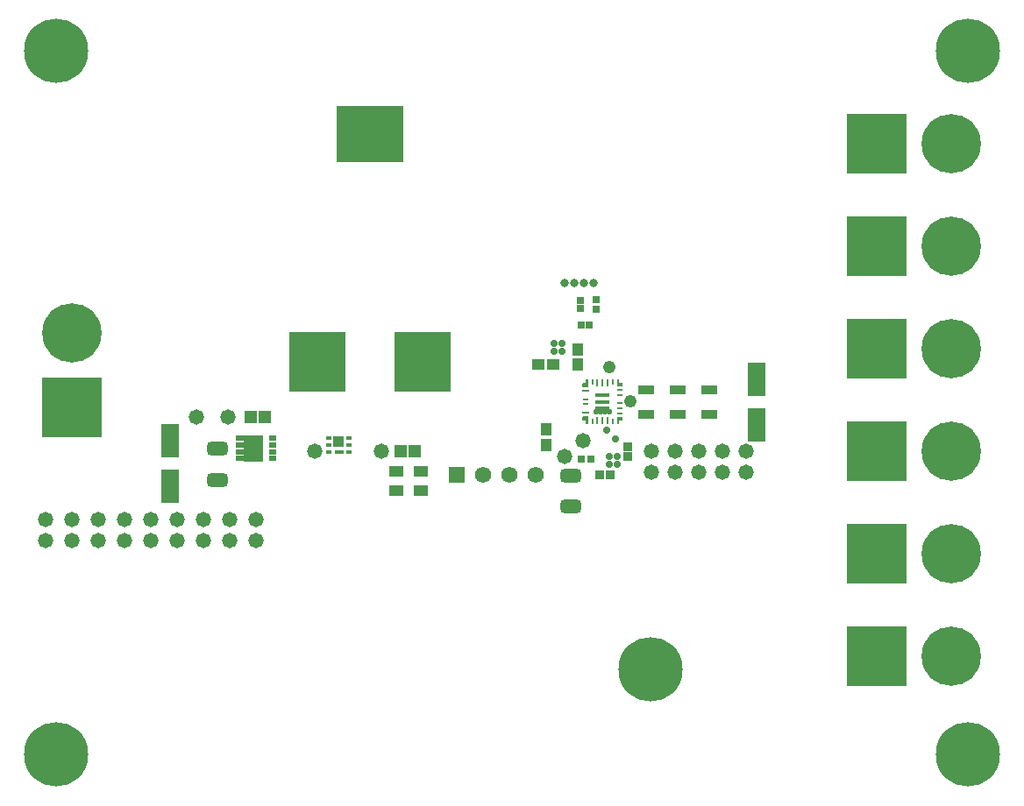
<source format=gts>
G04*
G04 #@! TF.GenerationSoftware,Altium Limited,Altium Designer,22.0.2 (36)*
G04*
G04 Layer_Color=8388736*
%FSLAX25Y25*%
%MOIN*%
G70*
G04*
G04 #@! TF.SameCoordinates,2399AC83-C245-47A7-85CA-B2C80BF99C82*
G04*
G04*
G04 #@! TF.FilePolarity,Negative*
G04*
G01*
G75*
%ADD25R,0.06127X0.03765*%
%ADD32R,0.05544X0.03963*%
%ADD33R,0.05610X0.01476*%
%ADD34R,0.02657X0.00984*%
%ADD35R,0.02362X0.00984*%
%ADD36C,0.01308*%
%ADD37R,0.00984X0.02362*%
%ADD38R,0.00984X0.02854*%
%ADD39C,0.01019*%
%ADD40R,0.02461X0.00984*%
%ADD41C,0.01141*%
%ADD42C,0.01206*%
%ADD49R,0.03005X0.02847*%
%ADD50R,0.02572X0.02572*%
%ADD51R,0.03162X0.02808*%
%ADD52R,0.04461X0.04540*%
%ADD53R,0.02808X0.03162*%
%ADD54R,0.03359X0.03359*%
%ADD55R,0.21784X0.22808*%
%ADD56R,0.25800X0.21587*%
%ADD57R,0.07099X0.12611*%
G04:AMPARAMS|DCode=58|XSize=79.65mil|YSize=53.28mil|CornerRadius=16.22mil|HoleSize=0mil|Usage=FLASHONLY|Rotation=0.000|XOffset=0mil|YOffset=0mil|HoleType=Round|Shape=RoundedRectangle|*
%AMROUNDEDRECTD58*
21,1,0.07965,0.02083,0,0,0.0*
21,1,0.04720,0.05328,0,0,0.0*
1,1,0.03245,0.02360,-0.01041*
1,1,0.03245,-0.02360,-0.01041*
1,1,0.03245,-0.02360,0.01041*
1,1,0.03245,0.02360,0.01041*
%
%ADD58ROUNDEDRECTD58*%
%ADD59R,0.03359X0.03359*%
%ADD60R,0.04461X0.04776*%
%ADD61R,0.03162X0.01981*%
%ADD62R,0.03300X0.01981*%
%ADD63R,0.07788X0.10446*%
%ADD64R,0.05131X0.04737*%
%ADD65R,0.02172X0.01581*%
%ADD66R,0.03353X0.01581*%
%ADD67R,0.04337X0.04140*%
%ADD68R,0.04540X0.04461*%
%ADD69C,0.24422*%
%ADD70C,0.22517*%
%ADD71R,0.22517X0.22517*%
%ADD72R,0.22517X0.22517*%
%ADD73C,0.06194*%
%ADD74R,0.06194X0.06194*%
%ADD75C,0.05800*%
%ADD76C,0.03300*%
%ADD77C,0.02800*%
%ADD78C,0.04800*%
%ADD79C,0.02300*%
G36*
X238211Y179510D02*
X238014Y179313D01*
X237522D01*
X237325Y179510D01*
Y180789D01*
X236144D01*
X235947Y180986D01*
X235947Y182167D01*
X236144Y182364D01*
X238014D01*
X238211Y182167D01*
Y179510D01*
D02*
G37*
G36*
X249919D02*
X249722Y179313D01*
X249230D01*
X249033Y179510D01*
Y181872D01*
X249230Y182069D01*
X251100D01*
X251297Y181872D01*
Y180888D01*
X251100Y180691D01*
X249919D01*
X249919Y179510D01*
D02*
G37*
G36*
X237522Y196636D02*
X238014D01*
Y196636D01*
X238211Y196439D01*
Y193781D01*
X238014Y193584D01*
X236144Y193584D01*
X235947Y193781D01*
X235947Y194962D01*
X236144Y195159D01*
X237325D01*
Y196439D01*
X237522Y196636D01*
D02*
G37*
G36*
X249230D02*
X249722D01*
X249919Y196439D01*
X249919Y195258D01*
X251100D01*
X251297Y195061D01*
Y194077D01*
X251100Y193880D01*
X249230D01*
X249033Y194077D01*
X249033Y196439D01*
X249230Y196636D01*
D02*
G37*
D25*
X272071Y192347D02*
D03*
Y183095D02*
D03*
X284071Y192374D02*
D03*
Y183122D02*
D03*
X260071Y192374D02*
D03*
Y183122D02*
D03*
D32*
X174573Y161589D02*
D03*
Y154102D02*
D03*
X165272Y161589D02*
D03*
Y154102D02*
D03*
D33*
X243624Y190435D02*
D03*
Y187974D02*
D03*
Y185513D02*
D03*
D34*
X237276Y183840D02*
D03*
Y192108D02*
D03*
D35*
X237128Y186990D02*
D03*
Y188958D02*
D03*
D36*
X237362Y194433D02*
D03*
D37*
X239687Y195455D02*
D03*
X247561D02*
D03*
Y180494D02*
D03*
X239687D02*
D03*
D38*
X241655Y195208D02*
D03*
X243624D02*
D03*
X245592D02*
D03*
Y180740D02*
D03*
X243624D02*
D03*
X241655D02*
D03*
D39*
X250731Y194446D02*
D03*
D40*
X250071Y192403D02*
D03*
Y190435D02*
D03*
Y187482D02*
D03*
Y185513D02*
D03*
Y183545D02*
D03*
D41*
X249741Y181435D02*
D03*
D42*
X237503D02*
D03*
D49*
X235535Y217000D02*
D03*
X238606D02*
D03*
D50*
X235071Y223425D02*
D03*
Y226575D02*
D03*
D51*
X241071Y226752D02*
D03*
Y223248D02*
D03*
D52*
X222071Y177406D02*
D03*
Y171595D02*
D03*
D53*
X235571Y166248D02*
D03*
X239075D02*
D03*
D54*
X246539Y160000D02*
D03*
X242602D02*
D03*
D55*
X175071Y203000D02*
D03*
X135110D02*
D03*
D56*
X155090Y289910D02*
D03*
D57*
X79141Y173161D02*
D03*
Y155839D02*
D03*
X302013Y196409D02*
D03*
Y179087D02*
D03*
D58*
X97141Y170000D02*
D03*
Y158307D02*
D03*
X231571Y159676D02*
D03*
Y147983D02*
D03*
D59*
X253071Y167032D02*
D03*
Y170968D02*
D03*
D60*
X234071Y202209D02*
D03*
Y207791D02*
D03*
D61*
X118071Y166323D02*
D03*
Y168882D02*
D03*
Y171441D02*
D03*
Y174000D02*
D03*
D62*
X105935D02*
D03*
Y171441D02*
D03*
Y168882D02*
D03*
Y166323D02*
D03*
D63*
X110679Y170161D02*
D03*
D64*
X115071Y182000D02*
D03*
X109953D02*
D03*
X166953Y169000D02*
D03*
X172071D02*
D03*
D65*
X139394Y174000D02*
D03*
Y171441D02*
D03*
Y168882D02*
D03*
X147071D02*
D03*
Y171441D02*
D03*
Y174000D02*
D03*
D66*
X143606Y168882D02*
D03*
D67*
X143232Y172721D02*
D03*
D68*
X219165Y202000D02*
D03*
X224976D02*
D03*
D69*
X382449Y321378D02*
D03*
Y53661D02*
D03*
X35992D02*
D03*
Y321378D02*
D03*
X262000Y86000D02*
D03*
D70*
X376244Y169000D02*
D03*
X42000Y214173D02*
D03*
X376244Y208000D02*
D03*
Y286000D02*
D03*
Y247000D02*
D03*
Y130000D02*
D03*
Y91000D02*
D03*
D71*
X347898Y169000D02*
D03*
Y208000D02*
D03*
Y286000D02*
D03*
Y247000D02*
D03*
Y130000D02*
D03*
Y91000D02*
D03*
D72*
X42000Y185827D02*
D03*
D73*
X218071Y160000D02*
D03*
X208071D02*
D03*
X198071D02*
D03*
D74*
X188071D02*
D03*
D75*
X262071Y161000D02*
D03*
Y169000D02*
D03*
X280071Y161000D02*
D03*
X271071D02*
D03*
Y169000D02*
D03*
X280071D02*
D03*
X72000Y143000D02*
D03*
X112000D02*
D03*
Y135000D02*
D03*
X92000D02*
D03*
Y143000D02*
D03*
X102000D02*
D03*
Y135000D02*
D03*
X82000D02*
D03*
X72000D02*
D03*
X82000Y143000D02*
D03*
X236071Y173000D02*
D03*
X101071Y182000D02*
D03*
X89071D02*
D03*
X159512Y169000D02*
D03*
X229211Y167158D02*
D03*
X32000Y135000D02*
D03*
X42000D02*
D03*
X52000D02*
D03*
X62000Y143000D02*
D03*
X52000D02*
D03*
X32000D02*
D03*
X42000D02*
D03*
X62000Y135000D02*
D03*
X298071Y161000D02*
D03*
Y169000D02*
D03*
X289071D02*
D03*
Y161000D02*
D03*
X134071Y169000D02*
D03*
D76*
X236404Y233000D02*
D03*
X232737D02*
D03*
X229071D02*
D03*
X240071D02*
D03*
D77*
X248571Y173702D02*
D03*
X245241Y177000D02*
D03*
X246071Y167000D02*
D03*
Y164000D02*
D03*
X228071Y210000D02*
D03*
X225071Y207000D02*
D03*
X228071D02*
D03*
X225071Y210000D02*
D03*
X249071Y164000D02*
D03*
Y167000D02*
D03*
D78*
X246071Y201000D02*
D03*
X254071Y188000D02*
D03*
D79*
X246237Y184000D02*
D03*
X241237D02*
D03*
X242904D02*
D03*
X244571D02*
D03*
M02*

</source>
